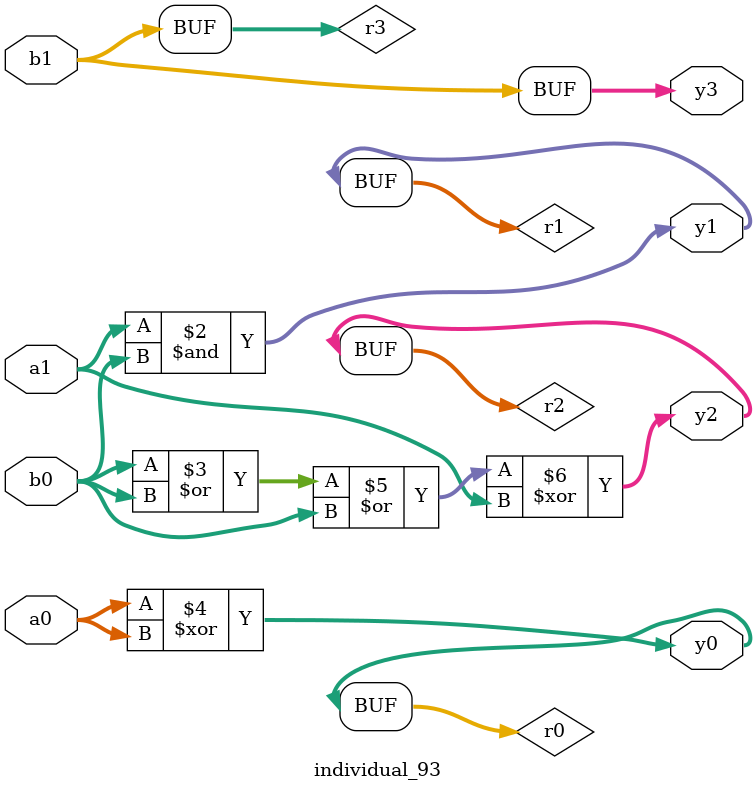
<source format=sv>
module individual_93(input logic [15:0] a1, input logic [15:0] a0, input logic [15:0] b1, input logic [15:0] b0, output logic [15:0] y3, output logic [15:0] y2, output logic [15:0] y1, output logic [15:0] y0);
logic [15:0] r0, r1, r2, r3; 
 always@(*) begin 
	 r0 = a0; r1 = a1; r2 = b0; r3 = b1; 
 	 r1  &=  r2 ;
 	 r2  |=  r2 ;
 	 r0  ^=  a0 ;
 	 r2  |=  b0 ;
 	 r2  ^=  a1 ;
 	 y3 = r3; y2 = r2; y1 = r1; y0 = r0; 
end
endmodule
</source>
